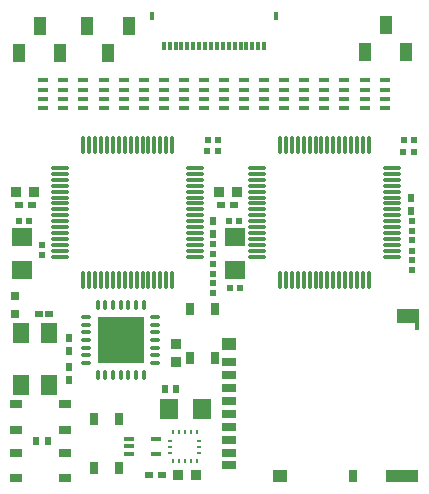
<source format=gtp>
G04*
G04 #@! TF.GenerationSoftware,Altium Limited,Altium Designer,19.1.7 (138)*
G04*
G04 Layer_Color=8421504*
%FSLAX43Y43*%
%MOMM*%
G71*
G01*
G75*
%ADD19R,0.550X0.650*%
%ADD20R,0.660X0.559*%
%ADD21R,1.800X1.600*%
%ADD22R,0.540X0.600*%
%ADD23R,0.600X0.540*%
%ADD24R,0.890X0.930*%
%ADD25R,0.559X0.660*%
%ADD26R,0.600X0.550*%
%ADD27R,0.620X0.620*%
%ADD28R,1.000X1.600*%
%ADD29R,0.400X0.800*%
%ADD30R,0.300X0.800*%
%ADD31R,1.200X0.700*%
%ADD32R,1.200X1.000*%
%ADD33R,1.900X1.300*%
%ADD34R,2.800X1.000*%
%ADD35R,0.800X1.000*%
G04:AMPARAMS|DCode=36|XSize=0.3mm|YSize=1.45mm|CornerRadius=0.05mm|HoleSize=0mm|Usage=FLASHONLY|Rotation=0.000|XOffset=0mm|YOffset=0mm|HoleType=Round|Shape=RoundedRectangle|*
%AMROUNDEDRECTD36*
21,1,0.300,1.351,0,0,0.0*
21,1,0.201,1.450,0,0,0.0*
1,1,0.099,0.101,-0.676*
1,1,0.099,-0.101,-0.676*
1,1,0.099,-0.101,0.676*
1,1,0.099,0.101,0.676*
%
%ADD36ROUNDEDRECTD36*%
G04:AMPARAMS|DCode=37|XSize=0.3mm|YSize=1.45mm|CornerRadius=0.05mm|HoleSize=0mm|Usage=FLASHONLY|Rotation=270.000|XOffset=0mm|YOffset=0mm|HoleType=Round|Shape=RoundedRectangle|*
%AMROUNDEDRECTD37*
21,1,0.300,1.351,0,0,270.0*
21,1,0.201,1.450,0,0,270.0*
1,1,0.099,-0.676,-0.101*
1,1,0.099,-0.676,0.101*
1,1,0.099,0.676,0.101*
1,1,0.099,0.676,-0.101*
%
%ADD37ROUNDEDRECTD37*%
G04:AMPARAMS|DCode=38|XSize=0.4mm|YSize=0.85mm|CornerRadius=0.05mm|HoleSize=0mm|Usage=FLASHONLY|Rotation=90.000|XOffset=0mm|YOffset=0mm|HoleType=Round|Shape=RoundedRectangle|*
%AMROUNDEDRECTD38*
21,1,0.400,0.750,0,0,90.0*
21,1,0.300,0.850,0,0,90.0*
1,1,0.100,0.375,0.150*
1,1,0.100,0.375,-0.150*
1,1,0.100,-0.375,-0.150*
1,1,0.100,-0.375,0.150*
%
%ADD38ROUNDEDRECTD38*%
%ADD39R,1.400X1.800*%
%ADD40O,0.900X0.300*%
%ADD41O,0.300X0.900*%
%ADD42R,3.930X3.930*%
%ADD43R,0.250X0.350*%
%ADD44R,0.350X0.250*%
%ADD45R,0.650X1.050*%
%ADD46R,1.050X0.650*%
%ADD47R,0.900X0.425*%
%ADD48R,0.650X0.600*%
%ADD49R,0.800X0.800*%
%ADD50R,0.930X0.890*%
%ADD51R,1.600X1.800*%
%ADD52R,0.350X0.700*%
D19*
X3425Y-6400D02*
D03*
X2425D02*
D03*
X14325Y-1925D02*
D03*
X13325D02*
D03*
D20*
X13096Y-9275D02*
D03*
X12004D02*
D03*
X2096Y13650D02*
D03*
X1004D02*
D03*
X18129Y13650D02*
D03*
X19221D02*
D03*
D21*
X19275Y10900D02*
D03*
Y8100D02*
D03*
X1225Y10950D02*
D03*
Y8150D02*
D03*
D22*
X19657Y12225D02*
D03*
X18793D02*
D03*
X1882Y12225D02*
D03*
X1018D02*
D03*
X18843Y6625D02*
D03*
X19707D02*
D03*
D23*
X2950Y10257D02*
D03*
Y9393D02*
D03*
X34225Y8975D02*
D03*
Y8111D02*
D03*
X34225Y10618D02*
D03*
Y9754D02*
D03*
X34225Y12268D02*
D03*
Y11404D02*
D03*
X17425Y8657D02*
D03*
Y7793D02*
D03*
X17425Y6136D02*
D03*
Y7000D02*
D03*
X17425Y9443D02*
D03*
Y10307D02*
D03*
D24*
X2295Y14700D02*
D03*
X755D02*
D03*
X19445D02*
D03*
X17905D02*
D03*
X14480Y-9250D02*
D03*
X16020D02*
D03*
D25*
X34200Y14214D02*
D03*
Y13122D02*
D03*
X5225Y-129D02*
D03*
Y-1221D02*
D03*
X5225Y1254D02*
D03*
Y2346D02*
D03*
X17425Y12246D02*
D03*
Y11154D02*
D03*
D26*
X34425Y19100D02*
D03*
X33575D02*
D03*
X17825Y19100D02*
D03*
X16975D02*
D03*
D27*
X34460Y18150D02*
D03*
X33540D02*
D03*
X17850Y18175D02*
D03*
X16930D02*
D03*
D28*
X32025Y28900D02*
D03*
X33775Y26600D02*
D03*
X30275D02*
D03*
X2750Y28800D02*
D03*
X4500Y26500D02*
D03*
X1000D02*
D03*
X10275Y28800D02*
D03*
X8525Y26500D02*
D03*
X6775Y28800D02*
D03*
D29*
X22750Y29600D02*
D03*
X12250D02*
D03*
D30*
X21250Y27100D02*
D03*
X20750D02*
D03*
X21750D02*
D03*
X19750D02*
D03*
X19250D02*
D03*
X20250D02*
D03*
X18250D02*
D03*
X17750D02*
D03*
X18750D02*
D03*
X17250D02*
D03*
X16250D02*
D03*
X15750D02*
D03*
X15250D02*
D03*
X14750D02*
D03*
X16750D02*
D03*
X13750D02*
D03*
X13250D02*
D03*
X14250D02*
D03*
D31*
X18800Y-6300D02*
D03*
Y-5200D02*
D03*
Y-4100D02*
D03*
Y-3000D02*
D03*
Y-1900D02*
D03*
Y-800D02*
D03*
Y300D02*
D03*
Y-7400D02*
D03*
Y-8350D02*
D03*
D32*
Y1850D02*
D03*
X23100Y-9300D02*
D03*
D33*
X33900Y4200D02*
D03*
D34*
X33450Y-9300D02*
D03*
D35*
X29300D02*
D03*
D36*
X13950Y18725D02*
D03*
X13450D02*
D03*
X12950D02*
D03*
X12450D02*
D03*
X11950D02*
D03*
X11450D02*
D03*
X10950D02*
D03*
X10450D02*
D03*
X9950D02*
D03*
X9450D02*
D03*
X8950D02*
D03*
X8450D02*
D03*
X7950D02*
D03*
X7450D02*
D03*
X6950D02*
D03*
X6450D02*
D03*
Y7275D02*
D03*
X6950D02*
D03*
X7450D02*
D03*
X7950D02*
D03*
X8450D02*
D03*
X8950D02*
D03*
X9450D02*
D03*
X9950D02*
D03*
X10450D02*
D03*
X10950D02*
D03*
X11450D02*
D03*
X11950D02*
D03*
X12450D02*
D03*
X12950D02*
D03*
X13450D02*
D03*
X13950D02*
D03*
X30600Y18725D02*
D03*
X30100D02*
D03*
X29600D02*
D03*
X29100D02*
D03*
X28600D02*
D03*
X28100D02*
D03*
X27600D02*
D03*
X27100D02*
D03*
X26600D02*
D03*
X26100D02*
D03*
X25600D02*
D03*
X25100D02*
D03*
X24600D02*
D03*
X24100D02*
D03*
X23600D02*
D03*
X23100D02*
D03*
Y7275D02*
D03*
X23600D02*
D03*
X24100D02*
D03*
X24600D02*
D03*
X25100D02*
D03*
X25600D02*
D03*
X26100D02*
D03*
X26600D02*
D03*
X27100D02*
D03*
X27600D02*
D03*
X28100D02*
D03*
X28600D02*
D03*
X29100D02*
D03*
X29600D02*
D03*
X30100D02*
D03*
X30600D02*
D03*
D37*
X4475Y16750D02*
D03*
Y16250D02*
D03*
Y15750D02*
D03*
Y15250D02*
D03*
Y14750D02*
D03*
Y14250D02*
D03*
Y13750D02*
D03*
Y13250D02*
D03*
Y12750D02*
D03*
Y12250D02*
D03*
Y11750D02*
D03*
Y11250D02*
D03*
Y10750D02*
D03*
Y10250D02*
D03*
Y9750D02*
D03*
Y9250D02*
D03*
X15925D02*
D03*
Y9750D02*
D03*
Y10250D02*
D03*
Y10750D02*
D03*
Y11250D02*
D03*
Y11750D02*
D03*
Y12250D02*
D03*
Y12750D02*
D03*
Y13250D02*
D03*
Y13750D02*
D03*
Y14250D02*
D03*
Y14750D02*
D03*
Y15250D02*
D03*
Y15750D02*
D03*
Y16250D02*
D03*
Y16750D02*
D03*
X21125Y16750D02*
D03*
Y16250D02*
D03*
Y15750D02*
D03*
Y15250D02*
D03*
Y14750D02*
D03*
Y14250D02*
D03*
Y13750D02*
D03*
Y13250D02*
D03*
Y12750D02*
D03*
Y12250D02*
D03*
Y11750D02*
D03*
Y11250D02*
D03*
Y10750D02*
D03*
Y10250D02*
D03*
Y9750D02*
D03*
Y9250D02*
D03*
X32575D02*
D03*
Y9750D02*
D03*
Y10250D02*
D03*
Y10750D02*
D03*
Y11250D02*
D03*
Y11750D02*
D03*
Y12250D02*
D03*
Y12750D02*
D03*
Y13250D02*
D03*
Y13750D02*
D03*
Y14250D02*
D03*
Y14750D02*
D03*
Y15250D02*
D03*
Y15750D02*
D03*
Y16250D02*
D03*
Y16750D02*
D03*
D38*
X10325Y-6175D02*
D03*
Y-6825D02*
D03*
Y-7475D02*
D03*
X12575D02*
D03*
Y-6175D02*
D03*
D39*
X3575Y2750D02*
D03*
Y-1650D02*
D03*
X1175D02*
D03*
Y2750D02*
D03*
D40*
X6650Y4150D02*
D03*
Y3500D02*
D03*
Y2850D02*
D03*
Y2200D02*
D03*
Y1550D02*
D03*
Y900D02*
D03*
Y250D02*
D03*
X12550D02*
D03*
Y900D02*
D03*
Y1550D02*
D03*
Y2200D02*
D03*
Y2850D02*
D03*
Y3500D02*
D03*
Y4150D02*
D03*
D41*
X7650Y-750D02*
D03*
X8300D02*
D03*
X8950D02*
D03*
X9600D02*
D03*
X10250D02*
D03*
X10900D02*
D03*
X11550D02*
D03*
Y5150D02*
D03*
X10900D02*
D03*
X10250D02*
D03*
X9600D02*
D03*
X8950D02*
D03*
X8300D02*
D03*
X7650D02*
D03*
D42*
X9600Y2200D02*
D03*
D43*
X16025Y-5625D02*
D03*
X15525D02*
D03*
X15025D02*
D03*
X14525D02*
D03*
X14025D02*
D03*
Y-8075D02*
D03*
X14525D02*
D03*
X15025D02*
D03*
X15525D02*
D03*
X16025D02*
D03*
D44*
X13800Y-6350D02*
D03*
Y-6850D02*
D03*
Y-7350D02*
D03*
X16250D02*
D03*
Y-6850D02*
D03*
Y-6350D02*
D03*
D45*
X17625Y4800D02*
D03*
X15475D02*
D03*
X17625Y650D02*
D03*
X15475D02*
D03*
X9475Y-4525D02*
D03*
X7325D02*
D03*
X9475Y-8675D02*
D03*
X7325D02*
D03*
D46*
X4925Y-9525D02*
D03*
Y-7375D02*
D03*
X775Y-9525D02*
D03*
Y-7375D02*
D03*
X4925Y-5400D02*
D03*
Y-3250D02*
D03*
X775Y-5400D02*
D03*
Y-3250D02*
D03*
D47*
X31950Y21800D02*
D03*
Y22600D02*
D03*
Y23400D02*
D03*
Y24200D02*
D03*
X30250D02*
D03*
Y23400D02*
D03*
Y22600D02*
D03*
Y21800D02*
D03*
X28550D02*
D03*
Y22600D02*
D03*
Y23400D02*
D03*
Y24200D02*
D03*
X26850D02*
D03*
Y23400D02*
D03*
Y22600D02*
D03*
Y21800D02*
D03*
X25150D02*
D03*
Y22600D02*
D03*
Y23400D02*
D03*
Y24200D02*
D03*
X23450D02*
D03*
Y23400D02*
D03*
Y22600D02*
D03*
Y21800D02*
D03*
X21750D02*
D03*
Y22600D02*
D03*
Y23400D02*
D03*
Y24200D02*
D03*
X20050D02*
D03*
Y23400D02*
D03*
Y22600D02*
D03*
Y21800D02*
D03*
X18350D02*
D03*
Y22600D02*
D03*
Y23400D02*
D03*
Y24200D02*
D03*
X16650D02*
D03*
Y23400D02*
D03*
Y22600D02*
D03*
Y21800D02*
D03*
X13250Y24200D02*
D03*
Y23400D02*
D03*
Y22600D02*
D03*
Y21800D02*
D03*
X14950D02*
D03*
Y22600D02*
D03*
Y23400D02*
D03*
Y24200D02*
D03*
X9850D02*
D03*
Y23400D02*
D03*
Y22600D02*
D03*
Y21800D02*
D03*
X11550D02*
D03*
Y22600D02*
D03*
Y23400D02*
D03*
Y24200D02*
D03*
X6450D02*
D03*
Y23400D02*
D03*
Y22600D02*
D03*
Y21800D02*
D03*
X8150D02*
D03*
Y22600D02*
D03*
Y23400D02*
D03*
Y24200D02*
D03*
X3050D02*
D03*
Y23400D02*
D03*
Y22600D02*
D03*
Y21800D02*
D03*
X4750D02*
D03*
Y22600D02*
D03*
Y23400D02*
D03*
Y24200D02*
D03*
D48*
X3550Y4375D02*
D03*
X2700D02*
D03*
D49*
X650Y5875D02*
D03*
Y4375D02*
D03*
D50*
X14325Y355D02*
D03*
Y1895D02*
D03*
D51*
X13675Y-3650D02*
D03*
X16475D02*
D03*
D52*
X34675Y3350D02*
D03*
M02*

</source>
